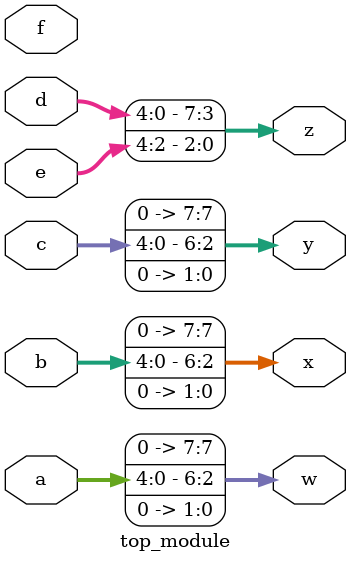
<source format=sv>
module top_module (
    input [4:0] a,
    input [4:0] b,
    input [4:0] c,
    input [4:0] d,
    input [4:0] e,
    input [4:0] f,
    output [7:0] w,
    output [7:0] x,
    output [7:0] y,
    output [7:0] z
);

    assign w = {a, 1'b0, 1'b0}; // Concatenate with leading zeros to make 8 bits
    assign x = {b, 1'b0, 1'b0}; // Concatenate with leading zeros to make 8 bits
    assign y = {c, 1'b0, 1'b0}; // Concatenate with leading zeros to make 8 bits
    assign z = {d, e[4:2]};     // Concatenate with part of e to make 8 bits
endmodule

</source>
